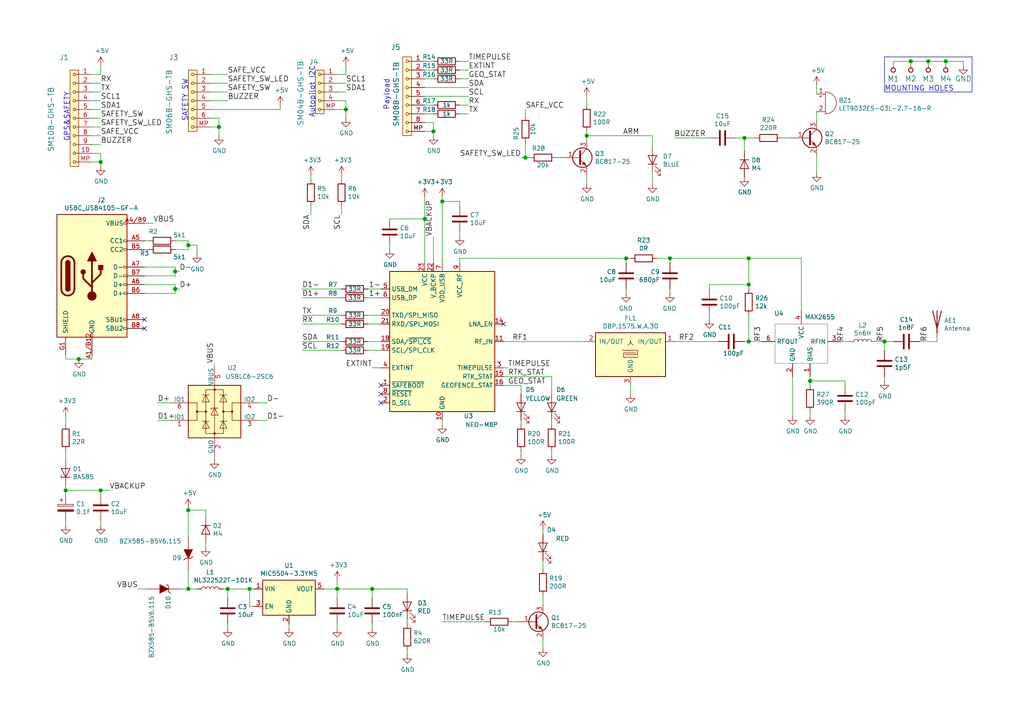
<source format=kicad_sch>
(kicad_sch (version 20210406) (generator eeschema)
  (paper "A4")
  (title_block (title "TFGPS01A") (date "2021-04-05") (rev "A") (company "ThunderFly s.r.o.") (comment 1 "UAV GNSS navigation module") (comment 2 "RTK and TF Payload ready") (comment 3 "Jacho <info@thunderfly.cz>") (comment 4 "GPL 3.0"))
  (junction (at 19.05 142.24) (diameter 1.016))
  (junction (at 22.86 104.14) (diameter 1.016))
  (junction (at 29.21 46.99) (diameter 1.016))
  (junction (at 29.21 142.24) (diameter 1.016))
  (junction (at 50.8 78.74) (diameter 1.016))
  (junction (at 50.8 83.82) (diameter 1.016))
  (junction (at 54.61 71.12) (diameter 1.016))
  (junction (at 54.61 147.955) (diameter 1.016))
  (junction (at 54.61 170.815) (diameter 1.016))
  (junction (at 63.5 36.83) (diameter 1.016))
  (junction (at 66.04 170.815) (diameter 1.016))
  (junction (at 72.39 170.815) (diameter 1.016))
  (junction (at 97.79 170.815) (diameter 1.016))
  (junction (at 100.33 31.75) (diameter 1.016))
  (junction (at 107.95 170.815) (diameter 1.016))
  (junction (at 123.19 63.5) (diameter 1.016))
  (junction (at 125.73 38.1) (diameter 1.016))
  (junction (at 128.27 58.42) (diameter 1.016))
  (junction (at 152.4 45.72) (diameter 1.016))
  (junction (at 170.18 39.37) (diameter 1.016))
  (junction (at 181.61 74.93) (diameter 1.016))
  (junction (at 194.31 74.93) (diameter 1.016))
  (junction (at 215.9 40.005) (diameter 1.016))
  (junction (at 217.17 74.93) (diameter 1.016))
  (junction (at 217.17 82.55) (diameter 1.016))
  (junction (at 217.17 99.06) (diameter 1.016))
  (junction (at 234.95 110.49) (diameter 1.016))
  (junction (at 256.54 99.06) (diameter 1.016))
  (junction (at 264.16 17.78) (diameter 1.016))
  (junction (at 269.24 17.78) (diameter 1.016))
  (junction (at 274.32 17.78) (diameter 1.016))
  (no_connect (at 41.91 92.71))
  (no_connect (at 41.91 95.25))
  (no_connect (at 110.49 111.76))
  (no_connect (at 110.49 114.3))
  (no_connect (at 110.49 116.84))
  (no_connect (at 146.05 93.98))
  (wire (pts (xy 19.05 102.87) (xy 19.05 104.14)))
  (wire (pts (xy 19.05 104.14) (xy 22.86 104.14)))
  (wire (pts (xy 19.05 120.65) (xy 19.05 123.19)))
  (wire (pts (xy 19.05 130.81) (xy 19.05 133.35)))
  (wire (pts (xy 19.05 140.97) (xy 19.05 142.24)))
  (wire (pts (xy 19.05 142.24) (xy 19.05 143.51)))
  (wire (pts (xy 19.05 142.24) (xy 29.21 142.24)))
  (wire (pts (xy 19.05 151.13) (xy 19.05 152.4)))
  (wire (pts (xy 22.86 104.14) (xy 26.67 104.14)))
  (wire (pts (xy 26.67 21.59) (xy 29.21 21.59)))
  (wire (pts (xy 26.67 24.13) (xy 29.21 24.13)))
  (wire (pts (xy 26.67 26.67) (xy 29.21 26.67)))
  (wire (pts (xy 26.67 29.21) (xy 29.21 29.21)))
  (wire (pts (xy 26.67 31.75) (xy 29.21 31.75)))
  (wire (pts (xy 26.67 34.29) (xy 29.21 34.29)))
  (wire (pts (xy 26.67 36.83) (xy 29.21 36.83)))
  (wire (pts (xy 26.67 39.37) (xy 29.21 39.37)))
  (wire (pts (xy 26.67 41.91) (xy 29.21 41.91)))
  (wire (pts (xy 26.67 44.45) (xy 29.21 44.45)))
  (wire (pts (xy 26.67 46.99) (xy 29.21 46.99)))
  (wire (pts (xy 26.67 104.14) (xy 26.67 102.87)))
  (wire (pts (xy 29.21 21.59) (xy 29.21 19.05)))
  (wire (pts (xy 29.21 44.45) (xy 29.21 46.99)))
  (wire (pts (xy 29.21 46.99) (xy 29.21 48.26)))
  (wire (pts (xy 29.21 142.24) (xy 29.21 143.51)))
  (wire (pts (xy 29.21 142.24) (xy 31.75 142.24)))
  (wire (pts (xy 29.21 151.13) (xy 29.21 152.4)))
  (wire (pts (xy 40.005 170.815) (xy 42.545 170.815)))
  (wire (pts (xy 41.91 64.77) (xy 44.45 64.77)))
  (wire (pts (xy 41.91 69.85) (xy 43.18 69.85)))
  (wire (pts (xy 41.91 72.39) (xy 43.18 72.39)))
  (wire (pts (xy 41.91 77.47) (xy 50.8 77.47)))
  (wire (pts (xy 41.91 80.01) (xy 50.8 80.01)))
  (wire (pts (xy 41.91 82.55) (xy 50.8 82.55)))
  (wire (pts (xy 41.91 85.09) (xy 50.8 85.09)))
  (wire (pts (xy 45.72 116.84) (xy 49.53 116.84)))
  (wire (pts (xy 45.72 121.92) (xy 49.53 121.92)))
  (wire (pts (xy 50.8 69.85) (xy 54.61 69.85)))
  (wire (pts (xy 50.8 72.39) (xy 54.61 72.39)))
  (wire (pts (xy 50.8 77.47) (xy 50.8 78.74)))
  (wire (pts (xy 50.8 78.74) (xy 50.8 80.01)))
  (wire (pts (xy 50.8 78.74) (xy 52.07 78.74)))
  (wire (pts (xy 50.8 82.55) (xy 50.8 83.82)))
  (wire (pts (xy 50.8 83.82) (xy 50.8 85.09)))
  (wire (pts (xy 50.8 83.82) (xy 52.07 83.82)))
  (wire (pts (xy 52.705 170.815) (xy 54.61 170.815)))
  (wire (pts (xy 54.61 69.85) (xy 54.61 71.12)))
  (wire (pts (xy 54.61 71.12) (xy 54.61 72.39)))
  (wire (pts (xy 54.61 71.12) (xy 57.15 71.12)))
  (wire (pts (xy 54.61 147.32) (xy 54.61 147.955)))
  (wire (pts (xy 54.61 147.955) (xy 54.61 155.575)))
  (wire (pts (xy 54.61 147.955) (xy 59.69 147.955)))
  (wire (pts (xy 54.61 165.735) (xy 54.61 170.815)))
  (wire (pts (xy 57.15 71.12) (xy 57.15 73.66)))
  (wire (pts (xy 57.15 170.815) (xy 54.61 170.815)))
  (wire (pts (xy 59.69 149.86) (xy 59.69 147.955)))
  (wire (pts (xy 59.69 157.48) (xy 59.69 158.75)))
  (wire (pts (xy 60.96 21.59) (xy 66.04 21.59)))
  (wire (pts (xy 60.96 24.13) (xy 66.04 24.13)))
  (wire (pts (xy 60.96 26.67) (xy 66.04 26.67)))
  (wire (pts (xy 60.96 29.21) (xy 66.04 29.21)))
  (wire (pts (xy 60.96 31.75) (xy 81.28 31.75)))
  (wire (pts (xy 60.96 34.29) (xy 63.5 34.29)))
  (wire (pts (xy 60.96 36.83) (xy 63.5 36.83)))
  (wire (pts (xy 62.23 105.41) (xy 62.23 106.68)))
  (wire (pts (xy 62.23 132.08) (xy 62.23 133.35)))
  (wire (pts (xy 63.5 34.29) (xy 63.5 36.83)))
  (wire (pts (xy 63.5 36.83) (xy 63.5 39.37)))
  (wire (pts (xy 64.77 170.815) (xy 66.04 170.815)))
  (wire (pts (xy 66.04 170.815) (xy 72.39 170.815)))
  (wire (pts (xy 66.04 173.355) (xy 66.04 170.815)))
  (wire (pts (xy 66.04 180.975) (xy 66.04 182.245)))
  (wire (pts (xy 72.39 170.815) (xy 73.66 170.815)))
  (wire (pts (xy 72.39 175.895) (xy 72.39 170.815)))
  (wire (pts (xy 73.66 175.895) (xy 72.39 175.895)))
  (wire (pts (xy 74.93 116.84) (xy 77.47 116.84)))
  (wire (pts (xy 74.93 121.92) (xy 77.47 121.92)))
  (wire (pts (xy 81.28 31.75) (xy 81.28 30.48)))
  (wire (pts (xy 83.82 180.975) (xy 83.82 182.245)))
  (wire (pts (xy 87.63 83.82) (xy 99.06 83.82)))
  (wire (pts (xy 87.63 86.36) (xy 99.06 86.36)))
  (wire (pts (xy 87.63 91.44) (xy 99.06 91.44)))
  (wire (pts (xy 87.63 93.98) (xy 99.06 93.98)))
  (wire (pts (xy 87.63 99.06) (xy 99.06 99.06)))
  (wire (pts (xy 87.63 101.6) (xy 99.06 101.6)))
  (wire (pts (xy 90.17 50.8) (xy 90.17 52.07)))
  (wire (pts (xy 90.17 59.69) (xy 90.17 62.23)))
  (wire (pts (xy 93.98 170.815) (xy 97.79 170.815)))
  (wire (pts (xy 97.79 21.59) (xy 100.33 21.59)))
  (wire (pts (xy 97.79 24.13) (xy 100.33 24.13)))
  (wire (pts (xy 97.79 26.67) (xy 100.33 26.67)))
  (wire (pts (xy 97.79 29.21) (xy 100.33 29.21)))
  (wire (pts (xy 97.79 31.75) (xy 100.33 31.75)))
  (wire (pts (xy 97.79 168.275) (xy 97.79 170.815)))
  (wire (pts (xy 97.79 170.815) (xy 97.79 173.355)))
  (wire (pts (xy 97.79 170.815) (xy 107.95 170.815)))
  (wire (pts (xy 97.79 180.975) (xy 97.79 182.245)))
  (wire (pts (xy 99.06 50.8) (xy 99.06 52.07)))
  (wire (pts (xy 99.06 59.69) (xy 99.06 62.23)))
  (wire (pts (xy 100.33 21.59) (xy 100.33 19.05)))
  (wire (pts (xy 100.33 29.21) (xy 100.33 31.75)))
  (wire (pts (xy 100.33 31.75) (xy 100.33 34.29)))
  (wire (pts (xy 106.68 83.82) (xy 110.49 83.82)))
  (wire (pts (xy 106.68 86.36) (xy 110.49 86.36)))
  (wire (pts (xy 106.68 91.44) (xy 110.49 91.44)))
  (wire (pts (xy 106.68 93.98) (xy 110.49 93.98)))
  (wire (pts (xy 106.68 99.06) (xy 110.49 99.06)))
  (wire (pts (xy 106.68 101.6) (xy 110.49 101.6)))
  (wire (pts (xy 107.95 106.68) (xy 110.49 106.68)))
  (wire (pts (xy 107.95 170.815) (xy 118.11 170.815)))
  (wire (pts (xy 107.95 173.355) (xy 107.95 170.815)))
  (wire (pts (xy 107.95 180.975) (xy 107.95 182.245)))
  (wire (pts (xy 113.03 63.5) (xy 123.19 63.5)))
  (wire (pts (xy 113.03 71.12) (xy 113.03 72.39)))
  (wire (pts (xy 118.11 170.815) (xy 118.11 172.085)))
  (wire (pts (xy 118.11 179.705) (xy 118.11 180.975)))
  (wire (pts (xy 118.11 188.595) (xy 118.11 189.865)))
  (wire (pts (xy 123.19 17.78) (xy 125.73 17.78)))
  (wire (pts (xy 123.19 20.32) (xy 125.73 20.32)))
  (wire (pts (xy 123.19 22.86) (xy 125.73 22.86)))
  (wire (pts (xy 123.19 25.4) (xy 135.89 25.4)))
  (wire (pts (xy 123.19 27.94) (xy 135.89 27.94)))
  (wire (pts (xy 123.19 30.48) (xy 125.73 30.48)))
  (wire (pts (xy 123.19 33.02) (xy 125.73 33.02)))
  (wire (pts (xy 123.19 35.56) (xy 125.73 35.56)))
  (wire (pts (xy 123.19 38.1) (xy 125.73 38.1)))
  (wire (pts (xy 123.19 57.15) (xy 123.19 63.5)))
  (wire (pts (xy 123.19 76.2) (xy 123.19 63.5)))
  (wire (pts (xy 125.73 35.56) (xy 125.73 38.1)))
  (wire (pts (xy 125.73 38.1) (xy 125.73 39.37)))
  (wire (pts (xy 125.73 76.2) (xy 125.73 68.58)))
  (wire (pts (xy 128.27 57.15) (xy 128.27 58.42)))
  (wire (pts (xy 128.27 58.42) (xy 128.27 76.2)))
  (wire (pts (xy 128.27 58.42) (xy 133.35 58.42)))
  (wire (pts (xy 128.27 121.92) (xy 128.27 123.19)))
  (wire (pts (xy 128.27 180.34) (xy 140.97 180.34)))
  (wire (pts (xy 133.35 17.78) (xy 135.89 17.78)))
  (wire (pts (xy 133.35 20.32) (xy 135.89 20.32)))
  (wire (pts (xy 133.35 22.86) (xy 135.89 22.86)))
  (wire (pts (xy 133.35 30.48) (xy 135.89 30.48)))
  (wire (pts (xy 133.35 33.02) (xy 135.89 33.02)))
  (wire (pts (xy 133.35 59.69) (xy 133.35 58.42)))
  (wire (pts (xy 133.35 67.31) (xy 133.35 68.58)))
  (wire (pts (xy 133.35 76.2) (xy 133.35 74.93)))
  (wire (pts (xy 146.05 99.06) (xy 170.18 99.06)))
  (wire (pts (xy 146.05 106.68) (xy 147.32 106.68)))
  (wire (pts (xy 146.05 109.22) (xy 160.02 109.22)))
  (wire (pts (xy 146.05 111.76) (xy 151.13 111.76)))
  (wire (pts (xy 148.59 180.34) (xy 149.86 180.34)))
  (wire (pts (xy 151.13 45.72) (xy 152.4 45.72)))
  (wire (pts (xy 151.13 111.76) (xy 151.13 114.3)))
  (wire (pts (xy 151.13 121.92) (xy 151.13 123.19)))
  (wire (pts (xy 151.13 130.81) (xy 151.13 132.08)))
  (wire (pts (xy 152.4 31.75) (xy 152.4 33.655)))
  (wire (pts (xy 152.4 41.275) (xy 152.4 45.72)))
  (wire (pts (xy 152.4 45.72) (xy 153.67 45.72)))
  (wire (pts (xy 157.48 153.67) (xy 157.48 154.94)))
  (wire (pts (xy 157.48 162.56) (xy 157.48 165.1)))
  (wire (pts (xy 157.48 172.72) (xy 157.48 175.26)))
  (wire (pts (xy 157.48 185.42) (xy 157.48 187.96)))
  (wire (pts (xy 160.02 109.22) (xy 160.02 114.3)))
  (wire (pts (xy 160.02 121.92) (xy 160.02 123.19)))
  (wire (pts (xy 160.02 130.81) (xy 160.02 132.08)))
  (wire (pts (xy 161.29 45.72) (xy 162.56 45.72)))
  (wire (pts (xy 170.18 27.94) (xy 170.18 30.48)))
  (wire (pts (xy 170.18 38.1) (xy 170.18 39.37)))
  (wire (pts (xy 170.18 39.37) (xy 170.18 40.64)))
  (wire (pts (xy 170.18 39.37) (xy 189.23 39.37)))
  (wire (pts (xy 170.18 50.8) (xy 170.18 53.34)))
  (wire (pts (xy 181.61 74.93) (xy 133.35 74.93)))
  (wire (pts (xy 181.61 74.93) (xy 181.61 76.2)))
  (wire (pts (xy 181.61 74.93) (xy 182.88 74.93)))
  (wire (pts (xy 181.61 83.82) (xy 181.61 85.09)))
  (wire (pts (xy 182.88 111.76) (xy 182.88 114.3)))
  (wire (pts (xy 189.23 39.37) (xy 189.23 42.545)))
  (wire (pts (xy 189.23 50.165) (xy 189.23 53.34)))
  (wire (pts (xy 190.5 74.93) (xy 194.31 74.93)))
  (wire (pts (xy 194.31 74.93) (xy 194.31 76.2)))
  (wire (pts (xy 194.31 74.93) (xy 217.17 74.93)))
  (wire (pts (xy 194.31 83.82) (xy 194.31 85.09)))
  (wire (pts (xy 195.58 40.005) (xy 205.74 40.005)))
  (wire (pts (xy 195.58 99.06) (xy 208.28 99.06)))
  (wire (pts (xy 205.74 82.55) (xy 217.17 82.55)))
  (wire (pts (xy 205.74 83.82) (xy 205.74 82.55)))
  (wire (pts (xy 205.74 91.44) (xy 205.74 92.71)))
  (wire (pts (xy 213.36 40.005) (xy 215.9 40.005)))
  (wire (pts (xy 215.9 40.005) (xy 215.9 43.815)))
  (wire (pts (xy 215.9 40.005) (xy 219.075 40.005)))
  (wire (pts (xy 215.9 99.06) (xy 217.17 99.06)))
  (wire (pts (xy 217.17 74.93) (xy 217.17 82.55)))
  (wire (pts (xy 217.17 82.55) (xy 217.17 83.82)))
  (wire (pts (xy 217.17 91.44) (xy 217.17 99.06)))
  (wire (pts (xy 217.17 99.06) (xy 220.98 99.06)))
  (wire (pts (xy 226.695 40.005) (xy 229.235 40.005)))
  (wire (pts (xy 229.87 109.22) (xy 229.87 120.65)))
  (wire (pts (xy 232.41 74.93) (xy 217.17 74.93)))
  (wire (pts (xy 232.41 74.93) (xy 232.41 90.17)))
  (wire (pts (xy 234.95 109.22) (xy 234.95 110.49)))
  (wire (pts (xy 234.95 110.49) (xy 234.95 111.76)))
  (wire (pts (xy 234.95 110.49) (xy 245.11 110.49)))
  (wire (pts (xy 234.95 119.38) (xy 234.95 120.65)))
  (wire (pts (xy 236.855 24.765) (xy 236.855 27.305)))
  (wire (pts (xy 236.855 32.385) (xy 236.855 34.925)))
  (wire (pts (xy 236.855 45.085) (xy 236.855 50.165)))
  (wire (pts (xy 243.84 99.06) (xy 246.38 99.06)))
  (wire (pts (xy 245.11 110.49) (xy 245.11 111.76)))
  (wire (pts (xy 245.11 119.38) (xy 245.11 120.65)))
  (wire (pts (xy 254 99.06) (xy 256.54 99.06)))
  (wire (pts (xy 256.54 99.06) (xy 256.54 101.6)))
  (wire (pts (xy 256.54 99.06) (xy 259.08 99.06)))
  (wire (pts (xy 256.54 109.22) (xy 256.54 110.49)))
  (wire (pts (xy 259.08 17.78) (xy 259.08 19.05)))
  (wire (pts (xy 264.16 17.78) (xy 259.08 17.78)))
  (wire (pts (xy 264.16 19.05) (xy 264.16 17.78)))
  (wire (pts (xy 266.7 99.06) (xy 271.78 99.06)))
  (wire (pts (xy 269.24 17.78) (xy 264.16 17.78)))
  (wire (pts (xy 269.24 19.05) (xy 269.24 17.78)))
  (wire (pts (xy 271.78 97.79) (xy 271.78 99.06)))
  (wire (pts (xy 274.32 17.78) (xy 269.24 17.78)))
  (wire (pts (xy 274.32 19.05) (xy 274.32 17.78)))
  (wire (pts (xy 279.4 17.78) (xy 274.32 17.78)))
  (wire (pts (xy 279.4 19.05) (xy 279.4 17.78)))
  (polyline (pts (xy 256.54 16.51) (xy 281.94 16.51)) (stroke (width 0) (type solid)))
  (polyline (pts (xy 256.54 26.67) (xy 256.54 16.51)) (stroke (width 0) (type solid)))
  (polyline (pts (xy 281.94 16.51) (xy 281.94 26.67)) (stroke (width 0) (type solid)))
  (polyline (pts (xy 281.94 26.67) (xy 256.54 26.67)) (stroke (width 0) (type solid)))
  (text "GPS&SAFETY" (at 20.32 26.67 270) (effects (font (size 1.524 1.524)) (justify right bottom)))
  (text "SAFETY SW" (at 54.61 22.86 270) (effects (font (size 1.524 1.524)) (justify right bottom)))
  (text "Autopilot I2C" (at 91.44 19.05 270) (effects (font (size 1.524 1.524)) (justify right bottom)))
  (text "Payload" (at 113.03 22.86 270) (effects (font (size 1.524 1.524)) (justify right bottom)))
  (text "MOUNTING HOLES" (at 256.54 26.67 0) (effects (font (size 1.524 1.524)) (justify left bottom)))
  (label "RX" (at 29.21 24.13 0) (effects (font (size 1.524 1.524))))
  (label "TX" (at 29.21 26.67 0) (effects (font (size 1.524 1.524))))
  (label "SCL1" (at 29.21 29.21 0) (effects (font (size 1.524 1.524))))
  (label "SDA1" (at 29.21 31.75 0) (effects (font (size 1.524 1.524))))
  (label "SAFETY_SW" (at 29.21 34.29 0) (effects (font (size 1.524 1.524))))
  (label "SAFETY_SW_LED" (at 29.21 36.83 0) (effects (font (size 1.524 1.524))))
  (label "SAFE_VCC" (at 29.21 39.37 0) (effects (font (size 1.524 1.524))))
  (label "BUZZER" (at 29.21 41.91 0) (effects (font (size 1.524 1.524))))
  (label "VBACKUP" (at 31.75 142.24 0) (effects (font (size 1.524 1.524))))
  (label "VBUS" (at 40.005 170.815 180) (effects (font (size 1.524 1.524))))
  (label "VBUS" (at 44.45 64.77 0) (effects (font (size 1.524 1.524))))
  (label "D+" (at 45.72 116.84 0) (effects (font (size 1.524 1.524))))
  (label "D1+" (at 45.72 121.92 0) (effects (font (size 1.524 1.524))))
  (label "D-" (at 52.07 78.74 0) (effects (font (size 1.524 1.524))))
  (label "D+" (at 52.07 83.82 0) (effects (font (size 1.524 1.524))))
  (label "VBUS" (at 62.23 105.41 90) (effects (font (size 1.524 1.524))))
  (label "SAFE_VCC" (at 66.04 21.59 0) (effects (font (size 1.524 1.524))))
  (label "SAFETY_SW_LED" (at 66.04 24.13 0) (effects (font (size 1.524 1.524))))
  (label "SAFETY_SW" (at 66.04 26.67 0) (effects (font (size 1.524 1.524))))
  (label "BUZZER" (at 66.04 29.21 0) (effects (font (size 1.524 1.524))))
  (label "D-" (at 77.47 116.84 0) (effects (font (size 1.524 1.524))))
  (label "D1-" (at 77.47 121.92 0) (effects (font (size 1.524 1.524))))
  (label "D1-" (at 87.63 83.82 0) (effects (font (size 1.524 1.524))))
  (label "D1+" (at 87.63 86.36 0) (effects (font (size 1.524 1.524))))
  (label "TX" (at 87.63 91.44 0) (effects (font (size 1.524 1.524))))
  (label "RX" (at 87.63 93.98 0) (effects (font (size 1.524 1.524))))
  (label "SDA" (at 87.63 99.06 0) (effects (font (size 1.524 1.524))))
  (label "SCL" (at 87.63 101.6 0) (effects (font (size 1.524 1.524))))
  (label "SDA" (at 90.17 62.23 270) (effects (font (size 1.524 1.524))))
  (label "SCL" (at 99.06 62.23 270) (effects (font (size 1.524 1.524))))
  (label "SCL1" (at 100.33 24.13 0) (effects (font (size 1.524 1.524))))
  (label "SDA1" (at 100.33 26.67 0) (effects (font (size 1.524 1.524))))
  (label "EXTINT" (at 107.95 106.68 180) (effects (font (size 1.524 1.524))))
  (label "1-" (at 110.49 83.82 180) (effects (font (size 1.524 1.524))))
  (label "1+" (at 110.49 86.36 180) (effects (font (size 1.524 1.524))))
  (label "VBACKUP" (at 125.73 68.58 90) (effects (font (size 1.524 1.524))))
  (label "TIMEPULSE" (at 128.27 180.34 0) (effects (font (size 1.524 1.524))))
  (label "TIMEPULSE" (at 135.89 17.78 0) (effects (font (size 1.524 1.524))))
  (label "EXTINT" (at 135.89 20.32 0) (effects (font (size 1.524 1.524))))
  (label "GEO_STAT" (at 135.89 22.86 0) (effects (font (size 1.524 1.524))))
  (label "SDA" (at 135.89 25.4 0) (effects (font (size 1.524 1.524))))
  (label "SCL" (at 135.89 27.94 0) (effects (font (size 1.524 1.524))))
  (label "RX" (at 135.89 30.48 0) (effects (font (size 1.524 1.524))))
  (label "TX" (at 135.89 33.02 0) (effects (font (size 1.524 1.524))))
  (label "TIMEPULSE" (at 147.32 106.68 0) (effects (font (size 1.524 1.524))))
  (label "RTK_STAT" (at 147.32 109.22 0) (effects (font (size 1.524 1.524))))
  (label "GEO_STAT" (at 147.32 111.76 0) (effects (font (size 1.524 1.524))))
  (label "RF1" (at 148.59 99.06 0) (effects (font (size 1.524 1.524))))
  (label "SAFETY_SW_LED" (at 151.13 45.72 180) (effects (font (size 1.524 1.524))))
  (label "SAFE_VCC" (at 152.4 31.75 0) (effects (font (size 1.524 1.524))))
  (label "ARM" (at 185.42 39.37 180) (effects (font (size 1.524 1.524))))
  (label "BUZZER" (at 195.58 40.005 0) (effects (font (size 1.524 1.524))))
  (label "RF2" (at 196.85 99.06 0) (effects (font (size 1.524 1.524))))
  (label "RF3" (at 220.98 99.06 90) (effects (font (size 1.524 1.524))))
  (label "RF4" (at 245.11 99.06 90) (effects (font (size 1.524 1.524))))
  (label "RF5" (at 256.54 99.06 90) (effects (font (size 1.524 1.524))))
  (label "RF6" (at 269.24 99.06 90) (effects (font (size 1.524 1.524))))
  (symbol (lib_id "MLAB_MECHANICAL:HOLE") (at 259.08 20.32 90) (unit 1)
    (property "Reference" "M1" (at 259.08 22.86 90) (effects (font (size 1.524 1.524))))
    (property "Value" "HOLE" (effects hide))
    (property "Footprint" "Mlab_Mechanical:MountingHole_3mm" (effects hide))
  )
  (symbol (lib_id "MLAB_MECHANICAL:HOLE") (at 264.16 20.32 90) (unit 1)
    (property "Reference" "M2" (at 264.16 22.86 90) (effects (font (size 1.524 1.524))))
    (property "Value" "HOLE" (effects hide))
    (property "Footprint" "Mlab_Mechanical:MountingHole_3mm" (effects hide))
  )
  (symbol (lib_id "MLAB_MECHANICAL:HOLE") (at 269.24 20.32 90) (unit 1)
    (property "Reference" "M3" (at 269.24 22.86 90) (effects (font (size 1.524 1.524))))
    (property "Value" "HOLE" (effects hide))
    (property "Footprint" "Mlab_Mechanical:MountingHole_3mm" (effects hide))
  )
  (symbol (lib_id "MLAB_MECHANICAL:HOLE") (at 274.32 20.32 90) (unit 1)
    (property "Reference" "M4" (at 274.32 22.86 90) (effects (font (size 1.524 1.524))))
    (property "Value" "HOLE" (effects hide))
    (property "Footprint" "Mlab_Mechanical:MountingHole_3mm" (effects hide))
  )
  (symbol (lib_id "power:+3V3") (at 19.05 120.65 0) (unit 1)
    (property "Reference" "#PWR01" (effects hide))
    (property "Value" "+3V3" (at 19.431 116.2558 0))
  )
  (symbol (lib_id "power:+5V") (at 29.21 19.05 0) (unit 1)
    (property "Reference" "#PWR06" (effects hide))
    (property "Value" "+5V" (at 29.5783 14.7256 0))
  )
  (symbol (lib_id "power:+5V") (at 54.61 147.32 0) (unit 1)
    (property "Reference" "#PWR04" (effects hide))
    (property "Value" "+5V" (at 54.9783 142.9956 0))
  )
  (symbol (lib_id "power:+5V") (at 81.28 30.48 0) (unit 1)
    (property "Reference" "#PWR013" (effects hide))
    (property "Value" "+5V" (at 81.6483 26.1556 0))
  )
  (symbol (lib_id "power:+3V3") (at 90.17 50.8 0) (unit 1)
    (property "Reference" "#PWR019" (effects hide))
    (property "Value" "+3V3" (at 90.551 46.4058 0))
  )
  (symbol (lib_id "power:+3V3") (at 97.79 168.275 0) (unit 1)
    (property "Reference" "#PWR015" (effects hide))
    (property "Value" "+3V3" (at 98.171 163.8808 0))
  )
  (symbol (lib_id "power:+3V3") (at 99.06 50.8 0) (unit 1)
    (property "Reference" "#PWR020" (effects hide))
    (property "Value" "+3V3" (at 99.441 46.4058 0))
  )
  (symbol (lib_id "power:+5V") (at 100.33 19.05 0) (unit 1)
    (property "Reference" "#PWR021" (effects hide))
    (property "Value" "+5V" (at 100.6983 14.7256 0))
  )
  (symbol (lib_id "power:+3V3") (at 123.19 57.15 0) (unit 1)
    (property "Reference" "#PWR024" (effects hide))
    (property "Value" "+3V3" (at 123.571 52.7558 0))
  )
  (symbol (lib_id "power:+3V3") (at 128.27 57.15 0) (unit 1)
    (property "Reference" "#PWR026" (effects hide))
    (property "Value" "+3V3" (at 128.651 52.7558 0))
  )
  (symbol (lib_id "power:+5V") (at 157.48 153.67 0) (unit 1)
    (property "Reference" "#PWR0102" (effects hide))
    (property "Value" "+5V" (at 157.8483 149.3456 0))
  )
  (symbol (lib_id "power:+5V") (at 170.18 27.94 0) (unit 1)
    (property "Reference" "#PWR0104" (effects hide))
    (property "Value" "+5V" (at 170.5483 23.6156 0))
  )
  (symbol (lib_id "power:+5V") (at 236.855 24.765 0) (unit 1)
    (property "Reference" "#PWR038" (effects hide))
    (property "Value" "+5V" (at 237.2233 20.4406 0))
  )
  (symbol (lib_id "power:GND") (at 19.05 152.4 0) (unit 1)
    (property "Reference" "#PWR02" (effects hide))
    (property "Value" "GND" (at 19.177 156.7942 0))
  )
  (symbol (lib_id "power:GND") (at 22.86 104.14 0) (unit 1)
    (property "Reference" "#PWR03" (effects hide))
    (property "Value" "GND" (at 22.987 108.5342 0))
  )
  (symbol (lib_id "power:GND") (at 29.21 48.26 0) (unit 1)
    (property "Reference" "#PWR07" (effects hide))
    (property "Value" "GND" (at 29.3243 52.5844 0))
  )
  (symbol (lib_id "power:GND") (at 29.21 152.4 0) (unit 1)
    (property "Reference" "#PWR08" (effects hide))
    (property "Value" "GND" (at 29.337 156.7942 0))
  )
  (symbol (lib_id "power:GND") (at 57.15 73.66 0) (unit 1)
    (property "Reference" "#PWR011" (effects hide))
    (property "Value" "GND" (at 57.277 78.0542 0))
  )
  (symbol (lib_id "power:GND") (at 59.69 158.75 0) (unit 1)
    (property "Reference" "#PWR05" (effects hide))
    (property "Value" "GND" (at 59.817 163.1442 0))
  )
  (symbol (lib_id "power:GND") (at 62.23 133.35 0) (unit 1)
    (property "Reference" "#PWR012" (effects hide))
    (property "Value" "GND" (at 62.357 137.7442 0))
  )
  (symbol (lib_id "power:GND") (at 63.5 39.37 0) (unit 1)
    (property "Reference" "#PWR014" (effects hide))
    (property "Value" "GND" (at 63.6143 43.6944 0))
  )
  (symbol (lib_id "power:GND") (at 66.04 182.245 0) (unit 1)
    (property "Reference" "#PWR09" (effects hide))
    (property "Value" "GND" (at 66.167 186.6392 0))
  )
  (symbol (lib_id "power:GND") (at 83.82 182.245 0) (unit 1)
    (property "Reference" "#PWR010" (effects hide))
    (property "Value" "GND" (at 83.947 186.6392 0))
  )
  (symbol (lib_id "power:GND") (at 97.79 182.245 0) (unit 1)
    (property "Reference" "#PWR016" (effects hide))
    (property "Value" "GND" (at 97.917 186.6392 0))
  )
  (symbol (lib_id "power:GND") (at 100.33 34.29 0) (unit 1)
    (property "Reference" "#PWR022" (effects hide))
    (property "Value" "GND" (at 100.4443 38.6144 0))
  )
  (symbol (lib_id "power:GND") (at 107.95 182.245 0) (unit 1)
    (property "Reference" "#PWR017" (effects hide))
    (property "Value" "GND" (at 108.077 186.6392 0))
  )
  (symbol (lib_id "power:GND") (at 113.03 72.39 0) (unit 1)
    (property "Reference" "#PWR023" (effects hide))
    (property "Value" "GND" (at 113.157 76.7842 0))
  )
  (symbol (lib_id "power:GND") (at 118.11 189.865 0) (unit 1)
    (property "Reference" "#PWR018" (effects hide))
    (property "Value" "GND" (at 118.237 194.2592 0))
  )
  (symbol (lib_id "power:GND") (at 125.73 39.37 0) (unit 1)
    (property "Reference" "#PWR025" (effects hide))
    (property "Value" "GND" (at 125.8443 43.6944 0))
  )
  (symbol (lib_id "power:GND") (at 128.27 123.19 0) (unit 1)
    (property "Reference" "#PWR027" (effects hide))
    (property "Value" "GND" (at 128.397 127.5842 0))
  )
  (symbol (lib_id "power:GND") (at 133.35 68.58 0) (unit 1)
    (property "Reference" "#PWR028" (effects hide))
    (property "Value" "GND" (at 133.477 72.9742 0))
  )
  (symbol (lib_id "power:GND") (at 151.13 132.08 0) (unit 1)
    (property "Reference" "#PWR031" (effects hide))
    (property "Value" "GND" (at 151.257 136.4742 0))
  )
  (symbol (lib_id "power:GND") (at 157.48 187.96 0) (unit 1)
    (property "Reference" "#PWR030" (effects hide))
    (property "Value" "GND" (at 157.607 192.3542 0))
  )
  (symbol (lib_id "power:GND") (at 160.02 132.08 0) (unit 1)
    (property "Reference" "#PWR032" (effects hide))
    (property "Value" "GND" (at 160.147 136.4742 0))
  )
  (symbol (lib_id "power:GND") (at 170.18 53.34 0) (unit 1)
    (property "Reference" "#PWR0101" (effects hide))
    (property "Value" "GND" (at 170.307 57.7342 0))
  )
  (symbol (lib_id "power:GND") (at 181.61 85.09 0) (mirror y) (unit 1)
    (property "Reference" "#PWR034" (effects hide))
    (property "Value" "GND" (at 181.483 89.4842 0))
  )
  (symbol (lib_id "power:GND") (at 182.88 114.3 0) (unit 1)
    (property "Reference" "#PWR035" (effects hide))
    (property "Value" "GND" (at 183.007 118.6942 0))
  )
  (symbol (lib_id "power:GND") (at 189.23 53.34 0) (unit 1)
    (property "Reference" "#PWR0105" (effects hide))
    (property "Value" "GND" (at 189.357 57.7342 0))
  )
  (symbol (lib_id "power:GND") (at 194.31 85.09 0) (mirror y) (unit 1)
    (property "Reference" "#PWR036" (effects hide))
    (property "Value" "GND" (at 194.183 89.4842 0))
  )
  (symbol (lib_id "power:GND") (at 205.74 92.71 0) (unit 1)
    (property "Reference" "#PWR037" (effects hide))
    (property "Value" "GND" (at 205.867 97.1042 0))
  )
  (symbol (lib_id "power:GND") (at 215.9 51.435 0) (unit 1)
    (property "Reference" "#PWR0103" (effects hide))
    (property "Value" "GND" (at 216.0143 55.7594 0))
  )
  (symbol (lib_id "power:GND") (at 229.87 120.65 0) (unit 1)
    (property "Reference" "#PWR040" (effects hide))
    (property "Value" "GND" (at 229.997 125.0442 0))
  )
  (symbol (lib_id "power:GND") (at 234.95 120.65 0) (unit 1)
    (property "Reference" "#PWR041" (effects hide))
    (property "Value" "GND" (at 235.077 125.0442 0))
  )
  (symbol (lib_id "power:GND") (at 236.855 50.165 0) (unit 1)
    (property "Reference" "#PWR039" (effects hide))
    (property "Value" "GND" (at 236.9693 54.4894 0))
  )
  (symbol (lib_id "power:GND") (at 245.11 120.65 0) (unit 1)
    (property "Reference" "#PWR042" (effects hide))
    (property "Value" "GND" (at 245.237 125.0442 0))
  )
  (symbol (lib_id "power:GND") (at 256.54 110.49 0) (unit 1)
    (property "Reference" "#PWR043" (effects hide))
    (property "Value" "GND" (at 256.667 114.8842 0))
  )
  (symbol (lib_id "power:GND") (at 279.4 19.05 0) (unit 1)
    (property "Reference" "#PWR044" (effects hide))
    (property "Value" "GND" (at 279.4 22.86 0) (effects (font (size 1.524 1.524))))
  )
  (symbol (lib_id "Device:L") (at 60.96 170.815 90) (unit 1)
    (property "Reference" "L1" (at 60.96 165.989 90))
    (property "Value" "NL322522T-101K" (at 64.77 168.275 90))
    (property "Footprint" "Inductor_SMD:L_1210_3225Metric" (effects hide))
    (property "UST_ID" "5c70984412875079b91f87fb" (effects hide))
  )
  (symbol (lib_id "Device:L") (at 250.19 99.06 90) (unit 1)
    (property "Reference" "L2" (at 250.19 94.3418 90))
    (property "Value" "5n6H" (at 250.19 96.64 90))
    (property "Footprint" "Mlab_R:SMD-0805" (effects hide))
  )
  (symbol (lib_id "Device:R") (at 19.05 127 0) (unit 1)
    (property "Reference" "R1" (at 20.828 125.8316 0) (effects (justify left)))
    (property "Value" "22R" (at 20.828 128.143 0) (effects (justify left)))
    (property "Footprint" "Mlab_R:SMD-0805" (effects hide))
    (property "UST_ID" "5c70984512875079b91f896f" (effects hide))
  )
  (symbol (lib_id "Device:R") (at 46.99 69.85 90) (unit 1)
    (property "Reference" "R2" (at 44.45 67.1638 90))
    (property "Value" "5k1" (at 52.07 68.192 90))
    (property "Footprint" "Mlab_R:SMD-0805" (effects hide))
    (property "UST_ID" "5fa0fc3e12875025b3977997" (effects hide))
  )
  (symbol (lib_id "Device:R") (at 46.99 72.39 90) (unit 1)
    (property "Reference" "R3" (at 41.91 73.5138 90))
    (property "Value" "5k1" (at 52.07 74.542 90))
    (property "Footprint" "Mlab_R:SMD-0805" (effects hide))
    (property "UST_ID" "5fa0fc3e12875025b3977997" (effects hide))
  )
  (symbol (lib_id "Device:R") (at 90.17 55.88 0) (unit 1)
    (property "Reference" "R5" (at 91.948 54.7116 0) (effects (justify left)))
    (property "Value" "10k" (at 91.948 57.023 0) (effects (justify left)))
    (property "Footprint" "Mlab_R:SMD-0805" (effects hide))
    (property "UST_ID" "5c70984612875079b91f899f" (effects hide))
  )
  (symbol (lib_id "Device:R") (at 99.06 55.88 0) (unit 1)
    (property "Reference" "R6" (at 100.838 54.7116 0) (effects (justify left)))
    (property "Value" "10k" (at 100.838 57.023 0) (effects (justify left)))
    (property "Footprint" "Mlab_R:SMD-0805" (effects hide))
    (property "UST_ID" "5c70984612875079b91f899f" (effects hide))
  )
  (symbol (lib_id "Device:R") (at 102.87 83.82 270) (unit 1)
    (property "Reference" "R7" (at 96.52 82.55 90))
    (property "Value" "33R" (at 102.87 83.82 90))
    (property "Footprint" "Mlab_R:SMD-0805" (effects hide))
    (property "UST_ID" "5c70984512875079b91f8970" (effects hide))
  )
  (symbol (lib_id "Device:R") (at 102.87 86.36 270) (unit 1)
    (property "Reference" "R8" (at 96.52 85.09 90))
    (property "Value" "33R" (at 102.87 86.36 90))
    (property "Footprint" "Mlab_R:SMD-0805" (effects hide))
    (property "UST_ID" "5c70984512875079b91f8970" (effects hide))
  )
  (symbol (lib_id "Device:R") (at 102.87 91.44 270) (unit 1)
    (property "Reference" "R9" (at 96.52 90.17 90))
    (property "Value" "33R" (at 102.87 91.44 90))
    (property "Footprint" "Mlab_R:SMD-0805" (effects hide))
    (property "UST_ID" "5c70984512875079b91f8970" (effects hide))
  )
  (symbol (lib_id "Device:R") (at 102.87 93.98 270) (unit 1)
    (property "Reference" "R10" (at 96.52 92.71 90))
    (property "Value" "33R" (at 102.87 93.98 90))
    (property "Footprint" "Mlab_R:SMD-0805" (effects hide))
    (property "UST_ID" "5c70984512875079b91f8970" (effects hide))
  )
  (symbol (lib_id "Device:R") (at 102.87 99.06 270) (unit 1)
    (property "Reference" "R11" (at 96.52 97.79 90))
    (property "Value" "33R" (at 102.87 99.06 90))
    (property "Footprint" "Mlab_R:SMD-0805" (effects hide))
    (property "UST_ID" "5c70984512875079b91f8970" (effects hide))
  )
  (symbol (lib_id "Device:R") (at 102.87 101.6 270) (unit 1)
    (property "Reference" "R12" (at 96.52 100.33 90))
    (property "Value" "33R" (at 102.87 101.6 90))
    (property "Footprint" "Mlab_R:SMD-0805" (effects hide))
    (property "UST_ID" "5c70984512875079b91f8970" (effects hide))
  )
  (symbol (lib_id "Device:R") (at 118.11 184.785 0) (unit 1)
    (property "Reference" "R4" (at 119.888 183.6166 0) (effects (justify left)))
    (property "Value" "620R" (at 119.888 185.928 0) (effects (justify left)))
    (property "Footprint" "Mlab_R:SMD-0805" (effects hide))
    (property "UST_ID" "5c70984512875079b91f8989" (effects hide))
  )
  (symbol (lib_id "Device:R") (at 129.54 17.78 270) (unit 1)
    (property "Reference" "R14" (at 124.46 16.51 90))
    (property "Value" "33R" (at 129.54 17.78 90))
    (property "Footprint" "Mlab_R:SMD-0805" (effects hide))
    (property "UST_ID" "5c70984512875079b91f8970" (effects hide))
  )
  (symbol (lib_id "Device:R") (at 129.54 20.32 270) (unit 1)
    (property "Reference" "R15" (at 124.46 19.05 90))
    (property "Value" "33R" (at 129.54 20.32 90))
    (property "Footprint" "Mlab_R:SMD-0805" (effects hide))
    (property "UST_ID" "5c70984512875079b91f8970" (effects hide))
  )
  (symbol (lib_id "Device:R") (at 129.54 22.86 270) (unit 1)
    (property "Reference" "R16" (at 124.46 21.59 90))
    (property "Value" "33R" (at 129.54 22.86 90))
    (property "Footprint" "Mlab_R:SMD-0805" (effects hide))
    (property "UST_ID" "5c70984512875079b91f8970" (effects hide))
  )
  (symbol (lib_id "Device:R") (at 129.54 30.48 270) (unit 1)
    (property "Reference" "R17" (at 124.46 29.21 90))
    (property "Value" "1k" (at 129.54 30.48 90))
    (property "Footprint" "Mlab_R:SMD-0805" (effects hide))
    (property "UST_ID" "5c70984512875079b91f898c" (effects hide))
  )
  (symbol (lib_id "Device:R") (at 129.54 33.02 270) (unit 1)
    (property "Reference" "R18" (at 124.46 31.75 90))
    (property "Value" "1k" (at 129.54 33.02 90))
    (property "Footprint" "Mlab_R:SMD-0805" (effects hide))
    (property "UST_ID" "5c70984512875079b91f898c" (effects hide))
  )
  (symbol (lib_id "Device:R") (at 144.78 180.34 90) (unit 1)
    (property "Reference" "R13" (at 143.51 177.6538 90))
    (property "Value" "10k" (at 144.78 182.493 90))
    (property "Footprint" "Mlab_R:SMD-0805" (effects hide))
  )
  (symbol (lib_id "Device:R") (at 151.13 127 0) (unit 1)
    (property "Reference" "R20" (at 152.908 125.8316 0) (effects (justify left)))
    (property "Value" "100R" (at 152.908 128.143 0) (effects (justify left)))
    (property "Footprint" "Mlab_R:SMD-0805" (effects hide))
    (property "UST_ID" "5c70984512875079b91f8977" (effects hide))
  )
  (symbol (lib_id "Device:R") (at 152.4 37.465 180) (unit 1)
    (property "Reference" "R25" (at 149.7138 38.735 90))
    (property "Value" "10k" (at 154.553 37.465 90))
    (property "Footprint" "Mlab_R:SMD-0805" (effects hide))
  )
  (symbol (lib_id "Device:R") (at 157.48 45.72 90) (unit 1)
    (property "Reference" "R28" (at 156.21 43.0338 90))
    (property "Value" "20k" (at 157.48 47.873 90))
    (property "Footprint" "Mlab_R:SMD-0805" (effects hide))
    (property "UST_ID" "5c70984612875079b91f89a3" (effects hide))
  )
  (symbol (lib_id "Device:R") (at 157.48 168.91 0) (unit 1)
    (property "Reference" "R19" (at 159.258 167.7416 0) (effects (justify left)))
    (property "Value" "200R" (at 159.258 170.053 0) (effects (justify left)))
    (property "Footprint" "Mlab_R:SMD-0805" (effects hide))
    (property "UST_ID" "5c70984512875079b91f897d" (effects hide))
  )
  (symbol (lib_id "Device:R") (at 160.02 127 0) (unit 1)
    (property "Reference" "R21" (at 161.798 125.8316 0) (effects (justify left)))
    (property "Value" "100R" (at 161.798 128.143 0) (effects (justify left)))
    (property "Footprint" "Mlab_R:SMD-0805" (effects hide))
    (property "UST_ID" "5c70984512875079b91f8977" (effects hide))
  )
  (symbol (lib_id "Device:R") (at 170.18 34.29 0) (unit 1)
    (property "Reference" "R22" (at 171.958 33.1216 0) (effects (justify left)))
    (property "Value" "100R" (at 171.958 35.433 0) (effects (justify left)))
    (property "Footprint" "Mlab_R:SMD-0805" (effects hide))
    (property "UST_ID" "5c70984512875079b91f8977" (effects hide))
  )
  (symbol (lib_id "Device:R") (at 186.69 74.93 270) (mirror x) (unit 1)
    (property "Reference" "R23" (at 186.69 69.7038 90))
    (property "Value" "0R" (at 186.69 72.002 90))
    (property "Footprint" "Mlab_R:SMD-0805" (effects hide))
    (property "UST_ID" "5c70984512875079b91f896b" (effects hide))
  )
  (symbol (lib_id "Device:R") (at 217.17 87.63 0) (unit 1)
    (property "Reference" "R26" (at 218.9481 86.4806 0) (effects (justify left)))
    (property "Value" "12k" (at 218.948 88.779 0) (effects (justify left)))
    (property "Footprint" "Mlab_R:SMD-0805" (effects hide))
    (property "UST_ID" "5c70984612875079b91f89a1" (effects hide))
  )
  (symbol (lib_id "Device:R") (at 222.885 40.005 90) (unit 1)
    (property "Reference" "R24" (at 222.885 34.7788 90))
    (property "Value" "220R" (at 222.885 37.078 90))
    (property "Footprint" "Mlab_R:SMD-0805" (effects hide))
    (property "UST_ID" "5c70984512875079b91f897f" (effects hide))
  )
  (symbol (lib_id "Device:R") (at 234.95 115.57 0) (unit 1)
    (property "Reference" "R27" (at 236.7281 114.4206 0) (effects (justify left)))
    (property "Value" "390R" (at 236.728 116.719 0) (effects (justify left)))
    (property "Footprint" "Mlab_R:SMD-0805" (effects hide))
    (property "UST_ID" "5fa12b6012875025b3977a16" (effects hide))
  )
  (symbol (lib_id "Device:Antenna") (at 271.78 92.71 0) (unit 1)
    (property "Reference" "AE1" (at 273.8121 92.9576 0) (effects (justify left)))
    (property "Value" "Antenna" (at 273.8121 95.2563 0) (effects (justify left)))
    (property "Footprint" "MLAB_ANT:GPS_CGGP.35.3.A.02" (effects hide))
    (property "Datasheet" "https://cz.mouser.com/datasheet/2/398/CGGP.35.3.A.02-27913.pdf" (effects hide))
    (property "UST_ID" "5fa0f07c12875025b397787a" (effects hide))
  )
  (symbol (lib_id "Device:D_Zener") (at 19.05 137.16 90) (unit 1)
    (property "Reference" "D1" (at 21.0566 135.9916 90) (effects (justify right)))
    (property "Value" "BAS85" (at 21.0566 138.303 90) (effects (justify right)))
    (property "Footprint" "Diode_SMD:D_MiniMELF" (effects hide))
    (property "UST_ID" "5c70984512875079b91f88b3" (effects hide))
  )
  (symbol (lib_id "Device:D") (at 59.69 153.67 270) (unit 1)
    (property "Reference" "D2" (at 61.6966 152.5016 90) (effects (justify left)))
    (property "Value" "M4" (at 61.6966 154.813 90) (effects (justify left)))
    (property "Footprint" "Diode_SMD:D_SMA" (effects hide))
    (property "UST_ID" "5c70984512875079b91f88ac" (effects hide))
  )
  (symbol (lib_id "Device:D") (at 215.9 47.625 270) (unit 1)
    (property "Reference" "D8" (at 217.9321 46.4756 90) (effects (justify left)))
    (property "Value" "M4" (at 217.9321 48.7743 90) (effects (justify left)))
    (property "Footprint" "Diode_SMD:D_SMA" (effects hide))
    (property "UST_ID" "5c70984512875079b91f88ac" (effects hide))
  )
  (symbol (lib_id "MLAB_D:D_ZENER") (at 47.625 170.815 180) (unit 1)
    (property "Reference" "D10" (at 48.7934 172.8216 90) (effects (justify left)))
    (property "Value" "BZX585-B5V6.115" (at 43.942 172.822 90) (effects (justify left)))
    (property "Footprint" "Diode_SMD:D_SOD-523" (effects hide))
    (property "UST_ID" "60879d38128750769ee58e48" (effects hide))
  )
  (symbol (lib_id "MLAB_D:D_ZENER") (at 54.61 160.655 90) (unit 1)
    (property "Reference" "D9" (at 52.6034 161.8234 90) (effects (justify left)))
    (property "Value" "BZX585-B5V6.115" (at 52.603 156.972 90) (effects (justify left)))
    (property "Footprint" "Diode_SMD:D_SOD-523" (effects hide))
    (property "UST_ID" "60879d38128750769ee58e48" (effects hide))
  )
  (symbol (lib_id "Device:LED") (at 118.11 175.895 90) (unit 1)
    (property "Reference" "D3" (at 121.1072 174.9044 90) (effects (justify right)))
    (property "Value" "RED" (at 121.1072 177.2158 90) (effects (justify right)))
    (property "Footprint" "Mlab_D:LED_1206" (effects hide))
    (property "UST_ID" "5c70984412875079b91f8896" (effects hide))
  )
  (symbol (lib_id "Device:LED") (at 151.13 118.11 90) (unit 1)
    (property "Reference" "D5" (at 152.4 113.03 90) (effects (justify right)))
    (property "Value" "YELLOW" (at 152.4 115.57 90) (effects (justify right)))
    (property "Footprint" "Mlab_D:LED_1206" (effects hide))
    (property "UST_ID" "5c70984412875079b91f8897" (effects hide))
  )
  (symbol (lib_id "Device:LED") (at 157.48 158.75 90) (unit 1)
    (property "Reference" "D4" (at 161.29 153.67 90) (effects (justify left)))
    (property "Value" "RED" (at 165.1 156.21 90) (effects (justify left)))
    (property "Footprint" "Mlab_D:LED_1206" (effects hide))
    (property "UST_ID" "5c70984412875079b91f8896" (effects hide))
  )
  (symbol (lib_id "Device:LED") (at 160.02 118.11 90) (unit 1)
    (property "Reference" "D6" (at 161.29 113.03 90) (effects (justify right)))
    (property "Value" "GREEN" (at 161.29 115.57 90) (effects (justify right)))
    (property "Footprint" "Mlab_D:LED_1206" (effects hide))
    (property "UST_ID" "5c70984412875079b91f8895" (effects hide))
  )
  (symbol (lib_id "Device:LED") (at 189.23 46.355 90) (unit 1)
    (property "Reference" "D7" (at 192.2272 45.3644 90) (effects (justify right)))
    (property "Value" "BLUE" (at 192.227 47.676 90) (effects (justify right)))
    (property "Footprint" "Mlab_D:LED_1206" (effects hide))
    (property "UST_ID" "5c70984512875079b91f8898" (effects hide))
  )
  (symbol (lib_id "Device:CP") (at 19.05 147.32 0) (unit 1)
    (property "Reference" "C1" (at 22.0472 146.1516 0) (effects (justify left)))
    (property "Value" "0,1F" (at 22.0472 148.463 0) (effects (justify left)))
    (property "Footprint" "Capacitor_SMD:CP_Elec_10x10.5" (effects hide))
    (property "Datasheet" "FCS0H104ZFTBR24 KEMET" (effects hide))
    (property "UST_ID" "5fa0f22e12875025b39778a3" (effects hide))
  )
  (symbol (lib_id "Device:C") (at 29.21 147.32 0) (unit 1)
    (property "Reference" "C2" (at 32.131 146.1516 0) (effects (justify left)))
    (property "Value" "10uF" (at 32.131 148.463 0) (effects (justify left)))
    (property "Footprint" "Mlab_R:SMD-0805" (effects hide))
    (property "UST_ID" "5c70984812875079b91f8bbd" (effects hide))
  )
  (symbol (lib_id "Device:C") (at 66.04 177.165 0) (unit 1)
    (property "Reference" "C3" (at 68.961 175.9966 0) (effects (justify left)))
    (property "Value" "10uF" (at 68.961 178.308 0) (effects (justify left)))
    (property "Footprint" "Mlab_R:SMD-0805" (effects hide))
    (property "UST_ID" "5c70984812875079b91f8bbd" (effects hide))
  )
  (symbol (lib_id "Device:C") (at 97.79 177.165 0) (unit 1)
    (property "Reference" "C4" (at 100.711 175.9966 0) (effects (justify left)))
    (property "Value" "10uF" (at 100.711 178.308 0) (effects (justify left)))
    (property "Footprint" "Mlab_R:SMD-0805" (effects hide))
    (property "UST_ID" "5c70984812875079b91f8bbd" (effects hide))
  )
  (symbol (lib_id "Device:C") (at 107.95 177.165 0) (unit 1)
    (property "Reference" "C5" (at 110.871 175.9966 0) (effects (justify left)))
    (property "Value" "100nF" (at 110.871 178.308 0) (effects (justify left)))
    (property "Footprint" "Mlab_R:SMD-0805" (effects hide))
    (property "UST_ID" "5c70984712875079b91f8b4c" (effects hide))
  )
  (symbol (lib_id "Device:C") (at 113.03 67.31 0) (unit 1)
    (property "Reference" "C6" (at 115.951 66.1416 0) (effects (justify left)))
    (property "Value" "10uF" (at 115.951 68.453 0) (effects (justify left)))
    (property "Footprint" "Mlab_R:SMD-0805" (effects hide))
    (property "UST_ID" "5c70984812875079b91f8bbd" (effects hide))
  )
  (symbol (lib_id "Device:C") (at 133.35 63.5 0) (unit 1)
    (property "Reference" "C7" (at 136.271 62.3316 0) (effects (justify left)))
    (property "Value" "10uF" (at 136.271 64.643 0) (effects (justify left)))
    (property "Footprint" "Mlab_R:SMD-0805" (effects hide))
    (property "UST_ID" "5c70984812875079b91f8bbd" (effects hide))
  )
  (symbol (lib_id "Device:C") (at 181.61 80.01 0) (mirror y) (unit 1)
    (property "Reference" "C8" (at 178.689 78.8416 0) (effects (justify left)))
    (property "Value" "10uF" (at 178.689 81.153 0) (effects (justify left)))
    (property "Footprint" "Mlab_R:SMD-0805" (effects hide))
    (property "UST_ID" "5c70984812875079b91f8bbd" (effects hide))
  )
  (symbol (lib_id "Device:C") (at 194.31 80.01 0) (mirror y) (unit 1)
    (property "Reference" "C9" (at 191.3889 78.8606 0) (effects (justify left)))
    (property "Value" "680pF" (at 191.389 81.159 0) (effects (justify left)))
    (property "Footprint" "Mlab_R:SMD-0805" (effects hide))
    (property "UST_ID" "5c70984712875079b91f8b43" (effects hide))
  )
  (symbol (lib_id "Device:C") (at 205.74 87.63 0) (unit 1)
    (property "Reference" "C10" (at 208.6611 86.4806 0) (effects (justify left)))
    (property "Value" "100pF" (at 208.661 88.779 0) (effects (justify left)))
    (property "Footprint" "Mlab_R:SMD-0805" (effects hide))
    (property "UST_ID" "5c70984712875079b91f8b3b" (effects hide))
  )
  (symbol (lib_id "Device:C") (at 209.55 40.005 90) (unit 1)
    (property "Reference" "C15" (at 209.55 33.6358 90))
    (property "Value" "10uF" (at 209.55 35.9345 90))
    (property "Footprint" "Mlab_R:SMD-0805" (effects hide))
    (property "UST_ID" "5c70984812875079b91f8bbd" (effects hide))
  )
  (symbol (lib_id "Device:C") (at 212.09 99.06 90) (unit 1)
    (property "Reference" "C11" (at 212.2106 94.8689 90) (effects (justify left)))
    (property "Value" "100pF" (at 215.779 102.489 90) (effects (justify left)))
    (property "Footprint" "Mlab_R:SMD-0805" (effects hide))
    (property "UST_ID" "5c70984712875079b91f8b3b" (effects hide))
  )
  (symbol (lib_id "Device:C") (at 245.11 115.57 0) (unit 1)
    (property "Reference" "C12" (at 248.0311 114.4206 0) (effects (justify left)))
    (property "Value" "100pF" (at 248.031 116.719 0) (effects (justify left)))
    (property "Footprint" "Mlab_R:SMD-0805" (effects hide))
    (property "UST_ID" "5c70984712875079b91f8b3b" (effects hide))
  )
  (symbol (lib_id "Device:C") (at 256.54 105.41 180) (unit 1)
    (property "Reference" "C13" (at 259.4611 104.2606 0) (effects (justify right)))
    (property "Value" "1p5F" (at 259.461 106.559 0) (effects (justify right)))
    (property "Footprint" "Mlab_R:SMD-0805" (effects hide))
  )
  (symbol (lib_id "Device:C") (at 262.89 99.06 90) (unit 1)
    (property "Reference" "C14" (at 262.89 92.6908 90))
    (property "Value" "1n8F" (at 262.89 94.989 90))
    (property "Footprint" "Mlab_R:SMD-0805" (effects hide))
    (property "UST_ID" "5fa0ff6512875025b39779b1" (effects hide))
  )
  (symbol (lib_id "Device:Buzzer") (at 239.395 29.845 0) (unit 1)
    (property "Reference" "BZ1" (at 243.2051 29.1274 0) (effects (justify left)))
    (property "Value" "LET9032ES-03L-2.7-16-R" (at 243.205 31.426 0) (effects (justify left)))
    (property "Footprint" "MLAB_BUZZER:MagneticBuzzer_LET9032ES-03L-2.7-16-R" (effects hide))
    (property "UST_ID" "5fa0f13812875025b3977890" (effects hide))
  )
  (symbol (lib_id "MLAB_CONNECTORS_JST:SM04B-GHS-TB") (at 92.71 26.67 0) (mirror y) (unit 1)
    (property "Reference" "J4" (at 90.9955 17.9349 0) (effects (font (size 1.524 1.524))))
    (property "Value" "SM04B-GHS-TB" (at 87.1855 26.9925 90) (effects (font (size 1.524 1.524))))
    (property "Footprint" "Connector_JST:JST_GH_SM04B-GHS-TB_1x04-1MP_P1.25mm_Horizontal" (effects hide))
    (property "UST_ID" "5c86273d1287500b4e0280be" (effects hide))
  )
  (symbol (lib_id "Device:Q_NPN_BEC") (at 154.94 180.34 0) (unit 1)
    (property "Reference" "Q1" (at 159.7915 179.1906 0) (effects (justify left)))
    (property "Value" "BC817-25" (at 159.792 181.489 0) (effects (justify left)))
    (property "Footprint" "Package_TO_SOT_SMD:SOT-23" (effects hide))
    (property "UST_ID" "5c70984712875079b91f8aea" (effects hide))
  )
  (symbol (lib_id "Device:Q_NPN_BEC") (at 167.64 45.72 0) (unit 1)
    (property "Reference" "Q3" (at 172.4915 44.5706 0) (effects (justify left)))
    (property "Value" "BC817-25" (at 172.492 46.869 0) (effects (justify left)))
    (property "Footprint" "Package_TO_SOT_SMD:SOT-23" (effects hide))
    (property "UST_ID" "5c70984712875079b91f8aea" (effects hide))
  )
  (symbol (lib_id "Device:Q_NPN_BEC") (at 234.315 40.005 0) (unit 1)
    (property "Reference" "Q2" (at 239.1665 38.8556 0) (effects (justify left)))
    (property "Value" "BC817-25" (at 239.167 41.154 0) (effects (justify left)))
    (property "Footprint" "Package_TO_SOT_SMD:SOT-23" (effects hide))
    (property "UST_ID" "5c70984712875079b91f8aea" (effects hide))
  )
  (symbol (lib_id "MLAB_CONNECTORS_JST:SM06B-GHS-TB") (at 55.88 29.21 0) (mirror y) (unit 1)
    (property "Reference" "J3" (at 50.3555 16.6649 0) (effects (font (size 1.524 1.524))))
    (property "Value" "SM06B-GHS-TB" (at 49.0855 29.5325 90) (effects (font (size 1.524 1.524))))
    (property "Footprint" "Connector_JST:JST_GH_SM06B-GHS-TB_1x06-1MP_P1.25mm_Horizontal" (effects hide))
    (property "UST_ID" "5fa0f70212875025b3977932" (effects hide))
  )
  (symbol (lib_id "MLAB_CONNECTORS_JST:SM08B-GHS-TB") (at 118.11 27.94 0) (mirror y) (unit 1)
    (property "Reference" "J5" (at 116.2049 13.6881 0) (effects (font (size 1.524 1.524)) (justify left)))
    (property "Value" "SM08B-GHS-TB" (at 114.9349 36.7157 90) (effects (font (size 1.524 1.524)) (justify left)))
    (property "Footprint" "Connector_JST:JST_GH_SM08B-GHS-TB_1x08-1MP_P1.25mm_Horizontal" (effects hide))
    (property "UST_ID" "5fa0f75012875025b3977948" (effects hide))
  )
  (symbol (lib_id "MLAB_CONNECTORS_JST:SM10B-GHS-TB") (at 21.59 34.29 0) (mirror y) (unit 1)
    (property "Reference" "J1" (at 18.6055 16.6649 0) (effects (font (size 1.524 1.524))))
    (property "Value" "SM10B-GHS-TB" (at 14.7955 34.6125 90) (effects (font (size 1.524 1.524))))
    (property "Footprint" "Connector_JST:JST_GH_SM10B-GHS-TB_1x10-1MP_P1.25mm_Horizontal" (effects hide))
    (property "UST_ID" "5fa0f69e12875025b397791d" (effects hide))
  )
  (symbol (lib_id "Regulator_Linear:MIC5504-3.3YM5") (at 83.82 173.355 0) (unit 1)
    (property "Reference" "U1" (at 83.82 164.0332 0))
    (property "Value" "MIC5504-3.3YM5" (at 83.82 166.3446 0))
    (property "Footprint" "Package_TO_SOT_SMD:SOT-23-5" (effects hide))
    (property "Datasheet" "http://ww1.microchip.com/downloads/en/DeviceDoc/MIC550X.pdf" (effects hide))
    (property "UST_ID" "5c7255e81287500b4e112ea2" (effects hide))
  )
  (symbol (lib_id "MLAB_IO:DBP.1575.W.A.30") (at 182.88 101.6 0) (mirror y) (unit 1)
    (property "Reference" "FL1" (at 182.88 92.3098 0))
    (property "Value" "DBP.1575.W.A.30" (at 182.88 94.6085 0))
    (property "Footprint" "MLAB_SAW:SAW DBP.1575.W.A.30" (effects hide))
    (property "Datasheet" "https://eu.mouser.com/datasheet/2/398/DBP.1575.W.A.30-1371847.pdf" (effects hide))
    (property "UST_ID" "5fa0f56412875025b39778fc" (effects hide))
  )
  (symbol (lib_id "MLAB_IO:MAX2656") (at 232.41 99.06 0) (mirror y) (unit 1)
    (property "Reference" "U4" (at 224.5361 90.9256 0) (effects (justify right)))
    (property "Value" "MAX2655" (at 233.4261 91.9543 0) (effects (justify right)))
    (property "Footprint" "Package_TO_SOT_SMD:SOT-363_SC-70-6" (effects hide))
    (property "Datasheet" "https://datasheets.maximintegrated.com/en/ds/MAX2654-MAX2656.pdf" (effects hide))
    (property "UST_ID" "5fa0fa3612875025b397796f" (effects hide))
  )
  (symbol (lib_id "Power_Protection:USBLC6-2SC6") (at 62.23 119.38 0) (unit 1)
    (property "Reference" "U2" (at 67.31 106.68 0))
    (property "Value" "USBLC6-2SC6" (at 72.39 109.22 0))
    (property "Footprint" "Package_TO_SOT_SMD:SOT-23-6" (effects hide))
    (property "Datasheet" "http://www2.st.com/resource/en/datasheet/CD00050750.pdf" (effects hide))
    (property "UST_ID" "5e82e0691287502a334a778c" (effects hide))
  )
  (symbol (lib_id "MLAB_CONNECTORS:USBC_USB4105-GF-A") (at 26.67 80.01 0) (unit 1)
    (property "Reference" "J2" (at 29.337 58.0198 0))
    (property "Value" "USBC_USB4105-GF-A" (at 29.337 60.3185 0))
    (property "Footprint" "Mlab_CON:USBC GCT_USB4105-GF-A" (effects hide))
    (property "UST_ID" "5fa0f94612875025b397795e" (effects hide))
  )
  (symbol (lib_id "RF_GPS:NEO-M8P") (at 128.27 99.06 0) (unit 1)
    (property "Reference" "U3" (at 135.89 120.65 0))
    (property "Value" "NEO-M8P" (at 139.7 123.19 0))
    (property "Footprint" "RF_GPS:ublox_NEO" (effects hide))
    (property "Datasheet" "https://www.u-blox.com/sites/default/files/NEO-M8P_DataSheet_%28UBX-15016656%29.pdf" (effects hide))
    (property "UST_ID" "5fa0faaf12875025b3977985" (effects hide))
  )
)
</source>
